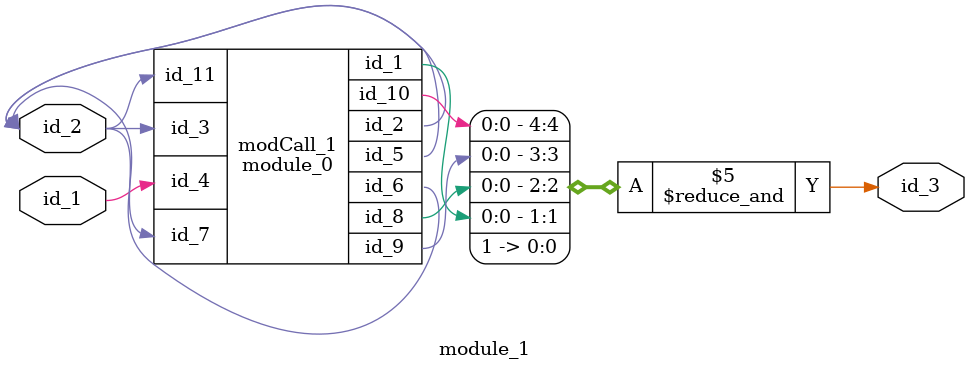
<source format=v>
module module_0 (
    id_1,
    id_2,
    id_3,
    id_4,
    id_5,
    id_6,
    id_7,
    id_8,
    id_9,
    id_10,
    id_11
);
  input wire id_11;
  output wire id_10;
  output wire id_9;
  output wire id_8;
  input wire id_7;
  output wire id_6;
  inout wire id_5;
  input wire id_4;
  assign module_1.id_3 = 0;
  input wire id_3;
  output wire id_2;
  output wire id_1;
  wire id_12;
endmodule
module module_1 (
    id_1,
    id_2,
    id_3
);
  output wand id_3;
  inout wire id_2;
  inout wire id_1;
  assign id_3 = 1;
  module_0 modCall_1 (
      id_3,
      id_2,
      id_2,
      id_1,
      id_2,
      id_2,
      id_2,
      id_3,
      id_3,
      id_3,
      id_2
  );
endmodule

</source>
